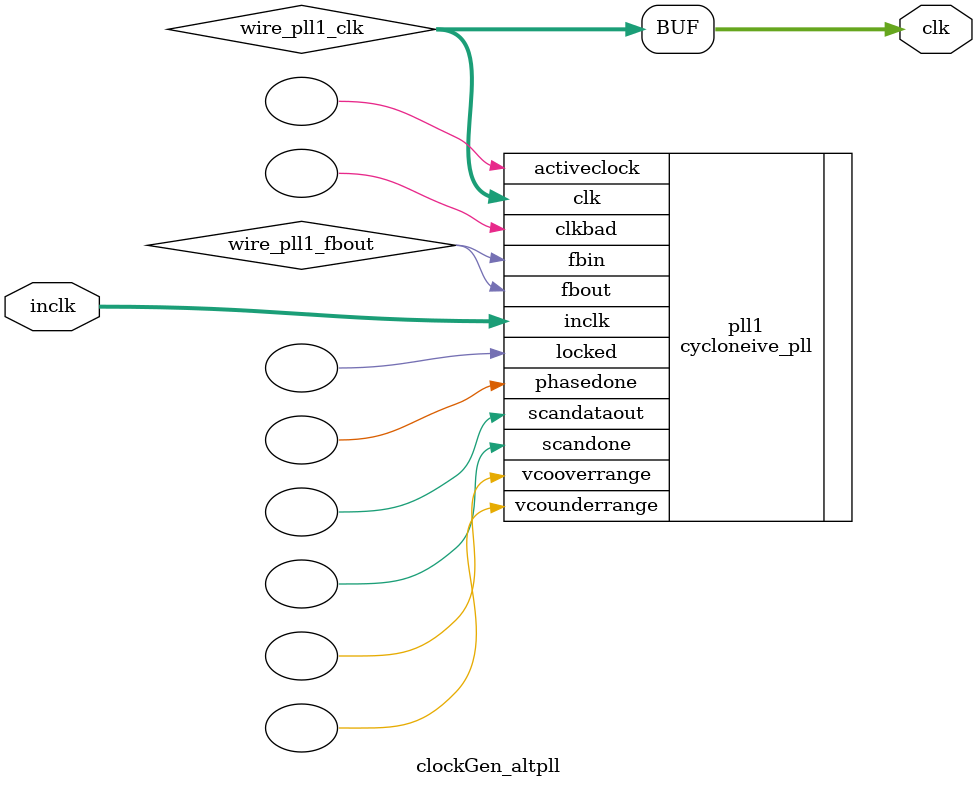
<source format=v>






//synthesis_resources = cycloneive_pll 1 
//synopsys translate_off
`timescale 1 ps / 1 ps
//synopsys translate_on
module  clockGen_altpll
	( 
	clk,
	inclk) /* synthesis synthesis_clearbox=1 */;
	output   [4:0]  clk;
	input   [1:0]  inclk;
`ifndef ALTERA_RESERVED_QIS
// synopsys translate_off
`endif
	tri0   [1:0]  inclk;
`ifndef ALTERA_RESERVED_QIS
// synopsys translate_on
`endif

	wire  [4:0]   wire_pll1_clk;
	wire  wire_pll1_fbout;

	cycloneive_pll   pll1
	( 
	.activeclock(),
	.clk(wire_pll1_clk),
	.clkbad(),
	.fbin(wire_pll1_fbout),
	.fbout(wire_pll1_fbout),
	.inclk(inclk),
	.locked(),
	.phasedone(),
	.scandataout(),
	.scandone(),
	.vcooverrange(),
	.vcounderrange()
	`ifndef FORMAL_VERIFICATION
	// synopsys translate_off
	`endif
	,
	.areset(1'b0),
	.clkswitch(1'b0),
	.configupdate(1'b0),
	.pfdena(1'b1),
	.phasecounterselect({3{1'b0}}),
	.phasestep(1'b0),
	.phaseupdown(1'b0),
	.scanclk(1'b0),
	.scanclkena(1'b1),
	.scandata(1'b0)
	`ifndef FORMAL_VERIFICATION
	// synopsys translate_on
	`endif
	);
	defparam
		pll1.bandwidth_type = "auto",
		pll1.clk0_divide_by = 100,
		pll1.clk0_duty_cycle = 50,
		pll1.clk0_multiply_by = 297,
		pll1.clk0_phase_shift = "0",
		pll1.compensate_clock = "clk0",
		pll1.inclk0_input_frequency = 20000,
		pll1.operation_mode = "normal",
		pll1.pll_type = "auto",
		pll1.lpm_type = "cycloneive_pll";
	assign
		clk = {wire_pll1_clk[4:0]};
endmodule //clockGen_altpll
//VALID FILE

</source>
